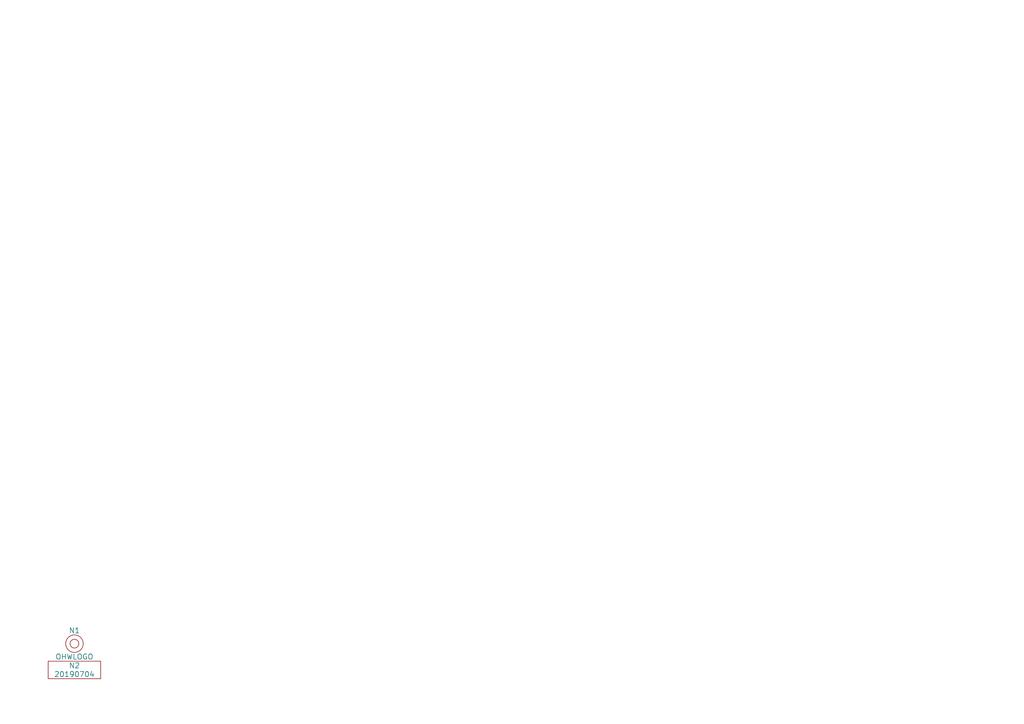
<source format=kicad_sch>
(kicad_sch (version 20231120) (generator "eeschema") (generator_version "8.0")
  (paper "A4")
  (lib_symbols
    (symbol "SquantorLabels:OHWLOGO" (pin_names (offset 1.016))
      (property "Reference" "N" (at 0 3.81 0))
      (property "Value" "OHWLOGO" (at 0 -3.81 0))
      (symbol "OHWLOGO_0_1"
        (circle (center 0 0) (radius 1.27))
        (circle (center 0 0) (radius 2.54))
      )
    )
    (symbol "SquantorLabels:VYYYYMMDD" (pin_names (offset 1.016))
      (property "Reference" "N" (at 0 2.54 0))
      (property "Value" "VYYYYMMDD" (at 0 0 0))
      (symbol "VYYYYMMDD_0_1"
        (rectangle (start 7.62 -1.27) (end -7.62 3.81))
      )
    )
  )
  (symbol (lib_id "SquantorLabels:VYYYYMMDD") (at 21.59 195.58 0) (unit 1)
    (property "Reference" "N2" (at 21.59 193.04 0) (effects (font (size 1.524 1.524))))
    (property "Value" "20190704" (at 21.59 195.58 0) (effects (font (size 1.524 1.524))))
    (property "Footprint" "SquantorLabels:Label_version" (effects (hide yes)))
  )
  (symbol (lib_id "SquantorLabels:OHWLOGO") (at 21.59 186.69 0) (unit 1)
    (property "Reference" "N1" (at 21.59 182.88 0) (effects (font (size 1.524 1.524))))
    (property "Value" "OHWLOGO" (at 21.59 190.5 0) (effects (font (size 1.524 1.524))))
    (property "Footprint" "Symbols:OSHW-Symbol_6.7x6mm_SilkScreen" (effects (hide yes)))
  )
)
</source>
